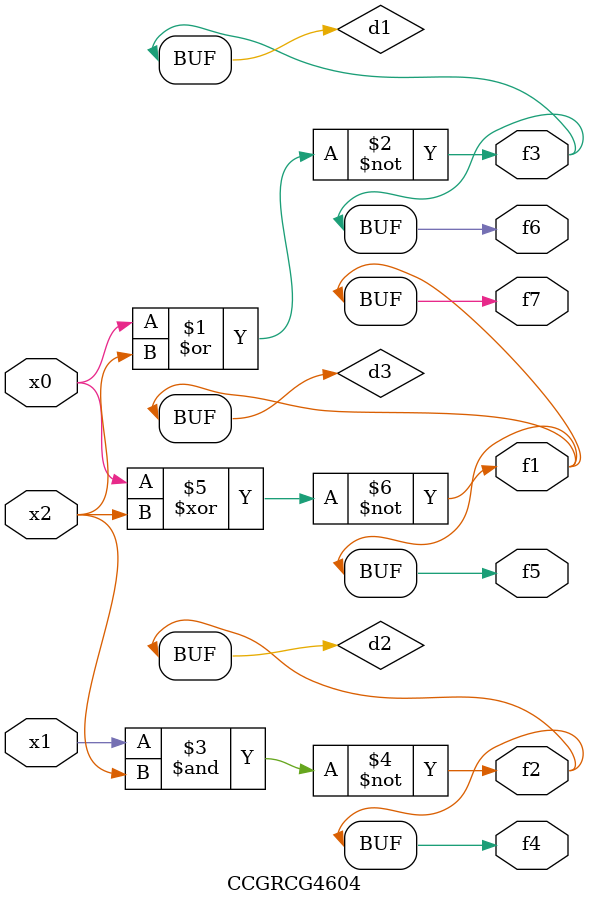
<source format=v>
module CCGRCG4604(
	input x0, x1, x2,
	output f1, f2, f3, f4, f5, f6, f7
);

	wire d1, d2, d3;

	nor (d1, x0, x2);
	nand (d2, x1, x2);
	xnor (d3, x0, x2);
	assign f1 = d3;
	assign f2 = d2;
	assign f3 = d1;
	assign f4 = d2;
	assign f5 = d3;
	assign f6 = d1;
	assign f7 = d3;
endmodule

</source>
